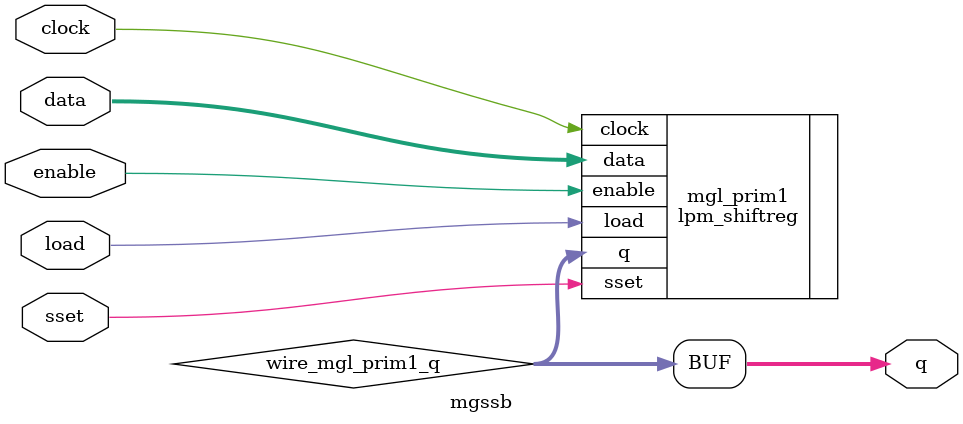
<source format=v>






//synthesis_resources = lpm_shiftreg 1 
//synopsys translate_off
`timescale 1 ps / 1 ps
//synopsys translate_on
module  mgssb
	( 
	clock,
	data,
	enable,
	load,
	q,
	sset) /* synthesis synthesis_clearbox=1 */;
	input   clock;
	input   [15:0]  data;
	input   enable;
	input   load;
	output   [15:0]  q;
	input   sset;

	wire  [15:0]   wire_mgl_prim1_q;

	lpm_shiftreg   mgl_prim1
	( 
	.clock(clock),
	.data(data),
	.enable(enable),
	.load(load),
	.q(wire_mgl_prim1_q),
	.sset(sset));
	defparam
		mgl_prim1.lpm_direction = "LEFT",
		mgl_prim1.lpm_type = "LPM_SHIFTREG",
		mgl_prim1.lpm_width = 16;
	assign
		q = wire_mgl_prim1_q;
endmodule //mgssb
//VALID FILE

</source>
